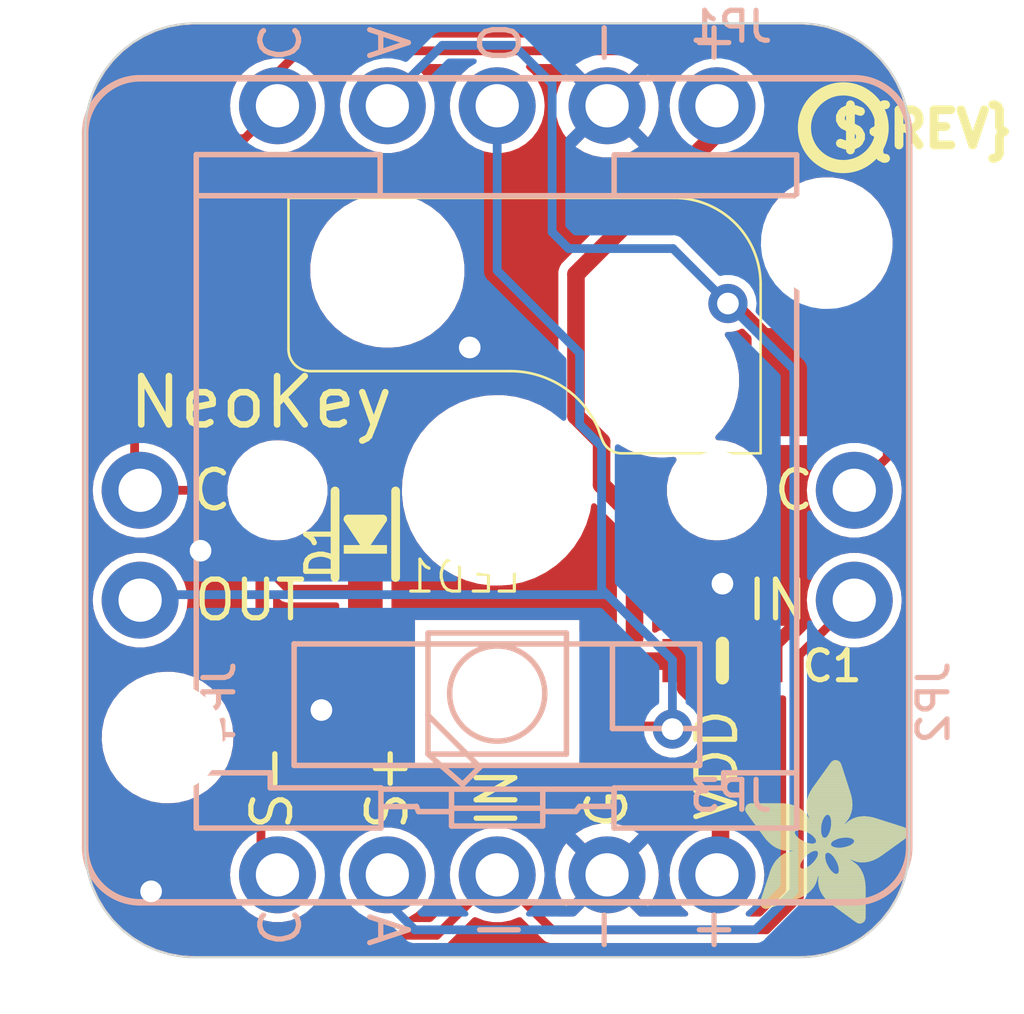
<source format=kicad_pcb>
(kicad_pcb (version 20221018) (generator pcbnew)
  (layers (0 "F.Cu" signal) (31 "B.Cu" signal) (34 "B.Paste" user) (35 "F.Paste" user) (36 "B.SilkS" user "B.Silkscreen") (37 "F.SilkS" user "F.Silkscreen") (38 "B.Mask" user) (39 "F.Mask" user) (44 "Edge.Cuts" user))
  (net 0 "")
  (net 1 "GND")
  (net 2 "VDD")
  (net 3 "SWITCHA")
  (net 4 "N$2")
  (net 5 "SWITCHC")
  (net 6 "NEO_IN")
  (net 7 "NEO_OUT")
  (footprint "" (layer "F.Cu") (at 156.1211 99.2886)
    (fp_text reference "@HOLE0" hide)
    (fp_text value "" (at 0 0) (layer "F.SilkS") (effects (font (size 1.27 1.27))))
    (pad "" np_thru_hole circle (at 0 0) (size 2.54 2.54) (drill 2.54) (layers "*.Cu" "*.Mask"))
  )
  (footprint "working:SOD-323" (layer "F.Cu") (at 145.4531 106.0196 90)
    (fp_text reference "D1" (at -1.1 -1 90) (layer "F.SilkS") (effects (font (size 0.692831 0.692831) (thickness 0.119969)) (justify left)))
    (fp_text value "1N4148")
    (pad "A" smd rect (at 1.27 0 90) (size 1.35 0.8) (layers "F.Cu" "F.Paste" "F.Mask") (net 4 "N$2"))
    (pad "C" smd rect (at -1.27 0 90) (size 1.35 0.8) (layers "F.Cu" "F.Paste" "F.Mask") (net 5 "SWITCHC"))
  )
  (footprint "working:0603-NO" (layer "F.Cu") (at 153.7081 108.9406)
    (fp_text reference "C1" (at 1.778 0.127) (layer "F.SilkS") (effects (font (size 0.692831 0.692831) (thickness 0.119969)) (justify left)))
    (fp_text value "1uF")
    (pad "1" smd rect (at -0.85 0) (size 1.075 1) (layers "F.Cu" "F.Paste" "F.Mask") (net 2 "VDD"))
    (pad "2" smd rect (at 0.85 0) (size 1.075 1) (layers "F.Cu" "F.Paste" "F.Mask") (net 1 "GND"))
  )
  (footprint "working:ADAFRUIT_3.5MM" (layer "F.Cu") (at 154.2161 115.0366)
    (fp_text reference "U$2" hide)
    (fp_text value "" hide)
  )
  (footprint "" (layer "F.Cu") (at 140.8811 110.7186)
    (fp_text reference "@HOLE1" hide)
    (fp_text value "" (at 0 0) (layer "F.SilkS") (effects (font (size 1.27 1.27))))
    (pad "" np_thru_hole circle (at 0 0) (size 2.54 2.54) (drill 2.54) (layers "*.Cu" "*.Mask"))
  )
  (footprint "working:FIDUCIAL_1MM" (layer "F.Cu") (at 156.7561 109.9566)
    (fp_text reference "FID3" hide)
    (fp_text value "FIDUCIAL_1MM" hide)
    (pad "1" smd roundrect (at 0 0) (size 1 1) (layers "F.Cu" "F.Mask") (roundrect_rratio 0.5))
  )
  (footprint "working:FIDUCIAL_1MM" (layer "F.Cu") (at 140.7541 95.7326)
    (fp_text reference "FID4" hide)
    (fp_text value "FIDUCIAL_1MM" hide)
    (pad "1" smd roundrect (at 0 0) (size 1 1) (layers "F.Cu" "F.Mask") (roundrect_rratio 0.5))
  )
  (footprint "working:PCBFEAT-REV-040" (layer "F.Cu") (at 156.5021 96.6216)
    (fp_text reference "U$1" hide)
    (fp_text value "" hide)
    (fp_text user "${REV}" (at -0.3556 0.508) (layer "F.SilkS") (effects (font (size 0.8128 0.8128) (thickness 0.2032)) (justify left bottom)))
  )
  (footprint "working:1X02_ROUND" (layer "B.Cu") (at 156.7561 106.2736 90)
    (fp_text reference "JP2" (at -2.6162 1.8288 90) (layer "B.SilkS") (effects (font (size 0.692831 0.692831) (thickness 0.119969)) (justify left mirror)))
    (fp_text value "")
    (pad "1" thru_hole circle (at -1.27 0) (size 1.778 1.778) (drill 1) (layers "*.Cu" "*.Mask") (net 6 "NEO_IN"))
    (pad "2" thru_hole circle (at 1.27 0) (size 1.778 1.778) (drill 1) (layers "*.Cu" "*.Mask") (net 5 "SWITCHC"))
  )
  (footprint "working:1X05_ROUND_70" (layer "B.Cu") (at 148.5011 113.8936 180)
    (fp_text reference "JP3" (at -6.4262 1.8288) (layer "B.SilkS") (effects (font (size 0.692831 0.692831) (thickness 0.119969)) (justify left mirror)))
    (fp_text value "")
    (pad "1" thru_hole circle (at -5.08 0 90) (size 1.778 1.778) (drill 1) (layers "*.Cu" "*.Mask") (net 2 "VDD"))
    (pad "2" thru_hole circle (at -2.54 0 90) (size 1.778 1.778) (drill 1) (layers "*.Cu" "*.Mask") (net 1 "GND"))
    (pad "3" thru_hole circle (at 0 0 90) (size 1.778 1.778) (drill 1) (layers "*.Cu" "*.Mask") (net 6 "NEO_IN"))
    (pad "4" thru_hole circle (at 2.54 0 90) (size 1.778 1.778) (drill 1) (layers "*.Cu" "*.Mask") (net 3 "SWITCHA"))
    (pad "5" thru_hole circle (at 5.08 0 90) (size 1.778 1.778) (drill 1) (layers "*.Cu" "*.Mask") (net 5 "SWITCHC"))
  )
  (footprint "working:1X05_ROUND_70" (layer "B.Cu") (at 148.5011 96.1136 180)
    (fp_text reference "JP1" (at -6.4262 1.8288) (layer "B.SilkS") (effects (font (size 0.692831 0.692831) (thickness 0.119969)) (justify left mirror)))
    (fp_text value "")
    (pad "1" thru_hole circle (at -5.08 0 90) (size 1.778 1.778) (drill 1) (layers "*.Cu" "*.Mask") (net 2 "VDD"))
    (pad "2" thru_hole circle (at -2.54 0 90) (size 1.778 1.778) (drill 1) (layers "*.Cu" "*.Mask") (net 1 "GND"))
    (pad "3" thru_hole circle (at 0 0 90) (size 1.778 1.778) (drill 1) (layers "*.Cu" "*.Mask") (net 7 "NEO_OUT"))
    (pad "4" thru_hole circle (at 2.54 0 90) (size 1.778 1.778) (drill 1) (layers "*.Cu" "*.Mask") (net 3 "SWITCHA"))
    (pad "5" thru_hole circle (at 5.08 0 90) (size 1.778 1.778) (drill 1) (layers "*.Cu" "*.Mask") (net 5 "SWITCHC"))
  )
  (footprint "working:KAILH_SOCKET" (layer "B.Cu") (at 148.5011 105.0036 180)
    (fp_text reference "SW1" hide)
    (fp_text value "" hide)
    (pad "" np_thru_hole circle (at -5.08 0 180) (size 1.8135 1.8135) (drill 1.8135) (layers "*.Cu" "*.Mask"))
    (pad "" np_thru_hole circle (at -3.81 2.54 180) (size 3.0635 3.0635) (drill 3.0635) (layers "*.Cu" "*.Mask"))
    (pad "" np_thru_hole circle (at 0 0 180) (size 3.9 3.9) (drill 3.9) (layers "*.Cu" "*.Mask"))
    (pad "" np_thru_hole circle (at 2.54 5.08 180) (size 3.0635 3.0635) (drill 3.0635) (layers "*.Cu" "*.Mask"))
    (pad "" np_thru_hole circle (at 5.08 0 180) (size 1.8135 1.8135) (drill 1.8135) (layers "*.Cu" "*.Mask"))
    (pad "1" smd rect (at 6.09 5.08) (size 2.55 2.5) (layers "F.Cu" "F.Paste" "F.Mask") (net 4 "N$2"))
    (pad "2" smd rect (at -7.36 2.5) (size 2.55 2.5) (layers "F.Cu" "F.Paste" "F.Mask") (net 3 "SWITCHA"))
  )
  (footprint "working:NEO3535_REVERSE" (layer "B.Cu") (at 148.5011 109.7026)
    (fp_text reference "LED1" (at -2.1875 -2.7075) (layer "F.SilkS") (effects (font (size 0.739648 0.739648) (thickness 0.073152)) (justify right mirror)))
    (fp_text value "WS2812B_SK6812E" hide)
    (pad "1-VDD" smd rect (at 2.65 -0.75) (size 1.2 0.9) (layers "F.Cu" "F.Paste" "F.Mask") (net 2 "VDD"))
    (pad "2-DOUT" smd rect (at 2.65 0.75) (size 1.2 0.9) (layers "F.Cu" "F.Paste" "F.Mask") (net 7 "NEO_OUT"))
    (pad "3-GND" smd rect (at -2.65 0.75) (size 1.2 0.9) (layers "F.Cu" "F.Paste" "F.Mask") (net 1 "GND"))
    (pad "4-DIN" smd rect (at -2.65 -0.75) (size 1.2 0.9) (layers "F.Cu" "F.Paste" "F.Mask") (net 6 "NEO_IN"))
    (zone (net 0) (net_name "") (layer "F.Cu") (connect_pads (clearance 0)) (min_thickness 0.25)
      (keepout (tracks not_allowed) (vias not_allowed) (pads not_allowed) (copperpour not_allowed) (footprints allowed))
      (fill (thermal_gap 0.5) (thermal_bridge_width 0.5))
      (polygon (pts (xy 146.6011 108.0026) (xy 150.4011 108.0026) (xy 150.4011 111.4026) (xy 146.6011 111.4026)))
    )
    (zone (net 0) (net_name "") (layer "B.Cu") (connect_pads (clearance 0)) (min_thickness 0.25)
      (keepout (tracks not_allowed) (vias not_allowed) (pads not_allowed) (copperpour not_allowed) (footprints allowed))
      (fill (thermal_gap 0.5) (thermal_bridge_width 0.5))
      (polygon (pts (xy 146.6011 108.0026) (xy 150.4011 108.0026) (xy 150.4011 111.4026) (xy 146.6011 111.4026)))
    )
  )
  (footprint "working:1X02_ROUND" (layer "B.Cu") (at 140.2461 106.2736 90)
    (fp_text reference "JP4" (at -2.6162 1.8288 90) (layer "B.SilkS") (effects (font (size 0.692831 0.692831) (thickness 0.119969)) (justify left mirror)))
    (fp_text value "")
    (pad "1" thru_hole circle (at -1.27 0) (size 1.778 1.778) (drill 1) (layers "*.Cu" "*.Mask") (net 7 "NEO_OUT"))
    (pad "2" thru_hole circle (at 1.27 0) (size 1.778 1.778) (drill 1) (layers "*.Cu" "*.Mask") (net 5 "SWITCHC"))
  )
  (gr_arc (start 138.9761 96.7486) (mid 139.720049 94.952549) (end 141.5161 94.2086) (stroke (width 0.05)) (layer "Edge.Cuts"))
  (gr_arc (start 155.4861 94.2086) (mid 157.282151 94.952549) (end 158.0261 96.7486) (stroke (width 0.05)) (layer "Edge.Cuts"))
  (gr_line (start 138.9761 113.2586) (end 138.9761 96.7486) (stroke (width 0.05)) (layer "Edge.Cuts"))
  (gr_arc (start 141.5161 115.7986) (mid 139.720049 115.054651) (end 138.9761 113.2586) (stroke (width 0.05)) (layer "Edge.Cuts"))
  (gr_line (start 158.0261 96.7486) (end 158.0261 113.2586) (stroke (width 0.05)) (layer "Edge.Cuts"))
  (gr_line (start 141.5161 94.2086) (end 155.4861 94.2086) (stroke (width 0.05)) (layer "Edge.Cuts"))
  (gr_arc (start 158.0261 113.2586) (mid 157.282151 115.054651) (end 155.4861 115.7986) (stroke (width 0.05)) (layer "Edge.Cuts"))
  (gr_line (start 155.4861 115.7986) (end 141.5161 115.7986) (stroke (width 0.05)) (layer "Edge.Cuts"))
  (gr_text "O" (at 148.5011 94.6531 -90) (layer "B.SilkS") (effects (font (size 0.89408 0.89408) (thickness 0.12192)) (justify mirror)))
  (gr_text "A" (at 145.9611 115.1636 -90) (layer "B.SilkS") (effects (font (size 0.89408 0.89408) (thickness 0.12192)) (justify mirror)))
  (gr_text "C" (at 143.4211 115.1001 -90) (layer "B.SilkS") (effects (font (size 0.89408 0.89408) (thickness 0.12192)) (justify mirror)))
  (gr_text "+" (at 153.5811 115.1636 -90) (layer "B.SilkS") (effects (font (size 0.89408 0.89408) (thickness 0.12192)) (justify mirror)))
  (gr_text "+" (at 153.5811 94.6531 -90) (layer "B.SilkS") (effects (font (size 0.89408 0.89408) (thickness 0.12192)) (justify mirror)))
  (gr_text "-" (at 151.0411 115.1636 -90) (layer "B.SilkS") (effects (font (size 0.89408 0.89408) (thickness 0.12192)) (justify mirror)))
  (gr_text "C" (at 143.4211 94.6531 -90) (layer "B.SilkS") (effects (font (size 0.89408 0.89408) (thickness 0.12192)) (justify mirror)))
  (gr_text "-" (at 151.0411 94.6531 -90) (layer "B.SilkS") (effects (font (size 0.89408 0.89408) (thickness 0.12192)) (justify mirror)))
  (gr_text "I" (at 148.5011 115.1636 -90) (layer "B.SilkS") (effects (font (size 0.89408 0.89408) (thickness 0.12192)) (justify mirror)))
  (gr_text "A" (at 145.9611 94.6531 -90) (layer "B.SilkS") (effects (font (size 0.89408 0.89408) (thickness 0.12192)) (justify mirror)))
  (gr_text "G" (at 151.0411 112.3696 90) (layer "F.SilkS") (effects (font (size 0.89408 0.89408) (thickness 0.12192))))
  (gr_text "IN" (at 154.9781 107.5436) (layer "F.SilkS") (effects (font (size 0.89408 0.89408) (thickness 0.12192))))
  (gr_text "C" (at 141.8971 105.0036) (layer "F.SilkS") (effects (font (size 0.89408 0.89408) (thickness 0.12192))))
  (gr_text "NeoKey" (at 143.0401 102.9716) (layer "F.SilkS") (effects (font (size 1.1176 1.1176) (thickness 0.1524))))
  (gr_text "OUT" (at 142.7861 107.5436) (layer "F.SilkS") (effects (font (size 0.89408 0.89408) (thickness 0.12192))))
  (gr_text "S-" (at 143.2941 111.8616 90) (layer "F.SilkS") (effects (font (size 0.89408 0.89408) (thickness 0.12192))))
  (gr_text "IN" (at 148.5011 112.1156 90) (layer "F.SilkS") (effects (font (size 0.89408 0.89408) (thickness 0.12192))))
  (gr_text "C" (at 155.3591 105.0036) (layer "F.SilkS") (effects (font (size 0.89408 0.89408) (thickness 0.12192))))
  (gr_text "S+" (at 145.9611 111.8616 90) (layer "F.SilkS") (effects (font (size 0.89408 0.89408) (thickness 0.12192))))
  (gr_text "VDD" (at 153.5811 111.3536 90) (layer "F.SilkS") (effects (font (size 0.89408 0.89408) (thickness 0.12192))))
  (via (at 141.6431 106.4006) (size 0.9064) (drill 0.5) (layers "F.Cu" "B.Cu") (net 1))
  (via (at 147.8661 101.7016) (size 0.9064) (drill 0.5) (layers "F.Cu" "B.Cu") (net 1))
  (via (at 144.4371 110.0836) (size 0.9064) (drill 0.5) (layers "F.Cu" "B.Cu") (net 1))
  (via (at 140.5001 114.2746) (size 0.9064) (drill 0.5) (layers "F.Cu" "B.Cu") (net 1))
  (via (at 153.7081 107.1626) (size 0.9064) (drill 0.5) (layers "F.Cu" "B.Cu") (net 1))
  (segment (start 153.5811 96.7486) (end 150.32215 100.00755) (width 0.4064) (layer "F.Cu") (net 2))
  (segment (start 151.6761 108.4276) (end 151.1511 108.9526) (width 0.4064) (layer "F.Cu") (net 2))
  (segment (start 152.8581 108.9406) (end 152.8581 109.5756) (width 0.4064) (layer "F.Cu") (net 2))
  (segment (start 153.5811 96.1136) (end 153.5811 96.7486) (width 0.4064) (layer "F.Cu") (net 2))
  (segment (start 150.9141 103.879407) (end 150.9141 104.8766) (width 0.4064) (layer "F.Cu") (net 2))
  (segment (start 153.6641 110.3816) (end 153.6641 113.8106) (width 0.4064) (layer "F.Cu") (net 2))
  (segment (start 151.6761 105.6386) (end 151.6761 108.4276) (width 0.4064) (layer "F.Cu") (net 2))
  (segment (start 152.6921 108.9406) (end 152.8581 108.9406) (width 0.4064) (layer "F.Cu") (net 2))
  (segment (start 151.1511 108.9526) (end 152.7041 108.9526) (width 0.4064) (layer "F.Cu") (net 2))
  (segment (start 153.6641 113.8106) (end 153.5811 113.8936) (width 0.4064) (layer "F.Cu") (net 2))
  (segment (start 150.32215 103.287457) (end 150.9141 103.879407) (width 0.4064) (layer "F.Cu") (net 2))
  (segment (start 150.32215 100.00755) (end 150.32215 103.287457) (width 0.4064) (layer "F.Cu") (net 2))
  (segment (start 152.7041 108.9526) (end 152.6921 108.9406) (width 0.4064) (layer "F.Cu") (net 2))
  (segment (start 150.9141 104.8766) (end 151.6761 105.6386) (width 0.4064) (layer "F.Cu") (net 2))
  (segment (start 152.8581 109.5756) (end 153.6641 110.3816) (width 0.4064) (layer "F.Cu") (net 2))
  (segment (start 153.8351 100.6856) (end 154.0431 100.6856) (width 0.2032) (layer "F.Cu") (net 3))
  (segment (start 155.8611 102.5036) (end 154.0431 100.6856) (width 0.2032) (layer "F.Cu") (net 3))
  (via (at 153.8351 100.6856) (size 0.9064) (drill 0.5) (layers "F.Cu" "B.Cu") (net 3))
  (segment (start 146.5961 115.1636) (end 154.4701 115.1636) (width 0.2032) (layer "B.Cu") (net 3))
  (segment (start 145.9611 114.5286) (end 146.5961 115.1636) (width 0.2032) (layer "B.Cu") (net 3))
  (segment (start 152.5651 99.4156) (end 150.1521 99.4156) (width 0.2032) (layer "B.Cu") (net 3))
  (segment (start 155.3591 102.2096) (end 155.3591 114.2746) (width 0.2032) (layer "B.Cu") (net 3))
  (segment (start 154.4701 115.1636) (end 155.3591 114.2746) (width 0.2032) (layer "B.Cu") (net 3))
  (segment (start 148.8821 94.7166) (end 147.2311 94.7166) (width 0.2032) (layer "B.Cu") (net 3))
  (segment (start 149.7711 95.6056) (end 148.8821 94.7166) (width 0.2032) (layer "B.Cu") (net 3))
  (segment (start 153.8351 100.6856) (end 152.5651 99.4156) (width 0.2032) (layer "B.Cu") (net 3))
  (segment (start 150.1521 99.4156) (end 149.7711 99.0346) (width 0.2032) (layer "B.Cu") (net 3))
  (segment (start 147.2311 94.7166) (end 145.9611 95.9866) (width 0.2032) (layer "B.Cu") (net 3))
  (segment (start 145.9611 113.8936) (end 145.9611 114.5286) (width 0.2032) (layer "B.Cu") (net 3))
  (segment (start 149.7711 99.0346) (end 149.7711 95.6056) (width 0.2032) (layer "B.Cu") (net 3))
  (segment (start 155.3591 102.2096) (end 153.8351 100.6856) (width 0.2032) (layer "B.Cu") (net 3))
  (segment (start 145.9611 95.9866) (end 145.9611 96.1136) (width 0.2032) (layer "B.Cu") (net 3))
  (segment (start 142.4111 100.0566) (end 145.4531 103.0986) (width 0.2032) (layer "F.Cu") (net 4))
  (segment (start 145.4531 103.0986) (end 145.4531 104.7496) (width 0.2032) (layer "F.Cu") (net 4))
  (segment (start 142.4111 99.9236) (end 142.4111 100.0566) (width 0.2032) (layer "F.Cu") (net 4))
  (segment (start 154.8511 94.8436) (end 143.9291 94.8436) (width 0.2032) (layer "F.Cu") (net 5))
  (segment (start 157.5181 101.1936) (end 157.2641 100.9396) (width 0.2032) (layer "F.Cu") (net 5))
  (segment (start 155.2321 100.9396) (end 154.3431 100.0506) (width 0.2032) (layer "F.Cu") (net 5))
  (segment (start 143.0401 113.5126) (end 143.4211 113.8936) (width 0.2032) (layer "F.Cu") (net 5))
  (segment (start 140.7541 96.8756) (end 142.6591 96.8756) (width 0.2032) (layer "F.Cu") (net 5))
  (segment (start 140.1191 104.8766) (end 140.2461 105.0036) (width 0.2032) (layer "F.Cu") (net 5))
  (segment (start 143.0147 106.6292) (end 143.6751 107.2896) (width 0.2032) (layer "F.Cu") (net 5))
  (segment (start 155.1051 96.3676) (end 155.1051 95.0976) (width 0.2032) (layer "F.Cu") (net 5))
  (segment (start 145.4531 107.2896) (end 143.6751 107.2896) (width 0.2032) (layer "F.Cu") (net 5))
  (segment (start 154.3431 97.1296) (end 155.1051 96.3676) (width 0.2032) (layer "F.Cu") (net 5))
  (segment (start 140.1191 97.5106) (end 140.1191 104.8766) (width 0.2032) (layer "F.Cu") (net 5))
  (segment (start 143.0147 106.6292) (end 143.0147 112.029938) (width 0.2032) (layer "F.Cu") (net 5))
  (segment (start 143.0401 112.055338) (end 143.0401 113.5126) (width 0.2032) (layer "F.Cu") (net 5))
  (segment (start 154.3431 100.0506) (end 154.3431 97.1296) (width 0.2032) (layer "F.Cu") (net 5))
  (segment (start 156.7561 105.0036) (end 157.5181 104.2416) (width 0.2032) (layer "F.Cu") (net 5))
  (segment (start 141.3891 105.0036) (end 143.0147 106.6292) (width 0.2032) (layer "F.Cu") (net 5))
  (segment (start 157.5181 104.2416) (end 157.5181 101.1936) (width 0.2032) (layer "F.Cu") (net 5))
  (segment (start 143.4211 95.3516) (end 143.4211 96.1136) (width 0.2032) (layer "F.Cu") (net 5))
  (segment (start 143.4211 96.1136) (end 142.6591 96.8756) (width 0.2032) (layer "F.Cu") (net 5))
  (segment (start 143.0147 112.029938) (end 143.0401 112.055338) (width 0.2032) (layer "F.Cu") (net 5))
  (segment (start 143.9291 94.8436) (end 143.4211 95.3516) (width 0.2032) (layer "F.Cu") (net 5))
  (segment (start 155.1051 95.0976) (end 154.8511 94.8436) (width 0.2032) (layer "F.Cu") (net 5))
  (segment (start 157.2641 100.9396) (end 155.2321 100.9396) (width 0.2032) (layer "F.Cu") (net 5))
  (segment (start 140.7541 96.8756) (end 140.1191 97.5106) (width 0.2032) (layer "F.Cu") (net 5))
  (segment (start 141.3891 105.0036) (end 140.2461 105.0036) (width 0.2032) (layer "F.Cu") (net 5))
  (segment (start 155.4861 108.8136) (end 155.4861 114.4016) (width 0.2032) (layer "F.Cu") (net 6))
  (segment (start 144.6911 113.1316) (end 144.6911 114.7826) (width 0.2032) (layer "F.Cu") (net 6))
  (segment (start 147.1041 115.2906) (end 145.1991 115.2906) (width 0.2032) (layer "F.Cu") (net 6))
  (segment (start 145.1991 115.2906) (end 144.6911 114.7826) (width 0.2032) (layer "F.Cu") (net 6))
  (segment (start 143.4211 109.4486) (end 143.4211 111.8616) (width 0.2032) (layer "F.Cu") (net 6))
  (segment (start 143.9171 108.9526) (end 143.4211 109.4486) (width 0.2032) (layer "F.Cu") (net 6))
  (segment (start 143.4211 111.8616) (end 144.6911 113.1316) (width 0.2032) (layer "F.Cu") (net 6))
  (segment (start 149.7711 115.1636) (end 154.7241 115.1636) (width 0.2032) (layer "F.Cu") (net 6))
  (segment (start 148.5011 113.8936) (end 149.7711 115.1636) (width 0.2032) (layer "F.Cu") (net 6))
  (segment (start 155.4861 108.8136) (end 156.7561 107.5436) (width 0.2032) (layer "F.Cu") (net 6))
  (segment (start 148.5011 113.8936) (end 147.1041 115.2906) (width 0.2032) (layer "F.Cu") (net 6))
  (segment (start 154.7241 115.1636) (end 155.4861 114.4016) (width 0.2032) (layer "F.Cu") (net 6))
  (segment (start 145.8511 108.9526) (end 143.9171 108.9526) (width 0.2032) (layer "F.Cu") (net 6))
  (segment (start 152.480437 110.4526) (end 151.1511 110.4526) (width 0.2032) (layer "F.Cu") (net 7))
  (segment (start 152.5517 110.523863) (end 152.480437 110.4526) (width 0.2032) (layer "F.Cu") (net 7))
  (via (at 152.5517 110.523863) (size 0.9064) (drill 0.5) (layers "F.Cu" "B.Cu") (net 7))
  (segment (start 150.4061 101.8286) (end 150.4061 103.4796) (width 0.2032) (layer "B.Cu") (net 7))
  (segment (start 148.5011 99.9236) (end 150.4061 101.8286) (width 0.2032) (layer "B.Cu") (net 7))
  (segment (start 140.2461 107.5436) (end 140.3731 107.4166) (width 0.2032) (layer "B.Cu") (net 7))
  (segment (start 151.0411 107.4166) (end 152.5517 108.9272) (width 0.2032) (layer "B.Cu") (net 7))
  (segment (start 150.4061 103.4796) (end 150.9141 103.9876) (width 0.2032) (layer "B.Cu") (net 7))
  (segment (start 150.9141 107.2896) (end 151.0411 107.4166) (width 0.2032) (layer "B.Cu") (net 7))
  (segment (start 148.5011 96.1136) (end 148.5011 99.9236) (width 0.2032) (layer "B.Cu") (net 7))
  (segment (start 150.9141 103.9876) (end 150.9141 107.2896) (width 0.2032) (layer "B.Cu") (net 7))
  (segment (start 140.3731 107.4166) (end 151.0411 107.4166) (width 0.2032) (layer "B.Cu") (net 7))
  (segment (start 152.5517 108.9272) (end 152.5517 110.523863) (width 0.2032) (layer "B.Cu") (net 7))
  (zone (net 1) (net_name "GND") (layer "F.Cu") (priority 6) (connect_pads (clearance 0.000001)) (min_thickness 0.127) (fill yes (thermal_gap 0.304) (thermal_bridge_width 0.304))
    (polygon (pts (xy 158.1531 115.9256) (xy 138.8491 115.9256) (xy 138.8491 94.0816) (xy 158.1531 94.0816)))
  )
  (zone (net 1) (net_name "GND") (layer "B.Cu") (priority 6) (connect_pads (clearance 0.000001)) (min_thickness 0.127) (fill yes (thermal_gap 0.304) (thermal_bridge_width 0.304))
    (polygon (pts (xy 158.1531 115.9256) (xy 138.8491 115.9256) (xy 138.8491 94.0816) (xy 158.1531 94.0816)))
  )
)
</source>
